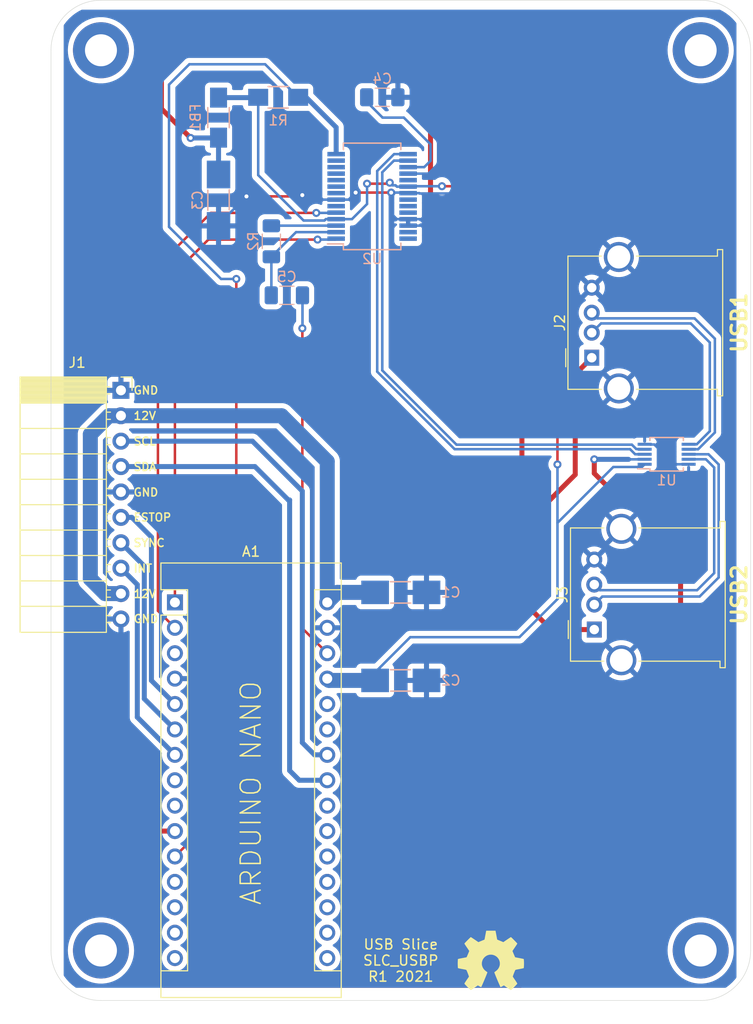
<source format=kicad_pcb>
(kicad_pcb (version 20240108) (generator "pcbnew") (generator_version "8.0")
  (layers (0 "F.Cu" signal) (31 "B.Cu" signal) (34 "B.Paste" user) (35 "F.Paste" user) (36 "B.SilkS" user "B.Silkscreen") (37 "F.SilkS" user "F.Silkscreen") (38 "B.Mask" user) (39 "F.Mask" user) (44 "Edge.Cuts" user))
  (net 0 "")
  (net 4 "GND")
  (net 6 "+5V")
  (net 9 "/I2C_CLK")
  (net 10 "/I2C_DAT")
  (net 11 "/SYNC")
  (net 12 "/E_STOP")
  (net 16 "+12V")
  (net 17 "/INT")
  (net 20 "/RT")
  (net 21 "/TR")
  (net 27 "/RESET")
  (net 28 "/SEL")
  (net 29 "Net-(C4-Pad2)")
  (net 30 "Net-(J2-Pad3)")
  (net 31 "Net-(J2-Pad2)")
  (net 32 "Net-(J3-Pad3)")
  (net 33 "Net-(J3-Pad2)")
  (net 34 "/D-")
  (net 35 "/D+")
  (net 36 "Net-(U2-Pad3)")
  (net 40 "unconnected-(U2-Pad11)")
  (net 46 "Net-(U2-Pad2)")
  (net 47 "/PWREN")
  (net 48 "Net-(C3-Pad1)")
  (footprint "MountingHole:MountingHole_3.2mm_M3_DIN965_Pad" (layer "F.Cu") (at 127.6 44.8)
    (property "Reference" "H1" (hide yes))
    (property "Value" "MountingHole")
    (pad "1" thru_hole circle (at 0 0) (size 5.6 5.6) (drill 3.2) (layers "*.Cu" "*.Mask"))
  )
  (footprint "MountingHole:MountingHole_3.2mm_M3_DIN965_Pad" (layer "F.Cu") (at 187.6 44.8)
    (property "Reference" "H2" (hide yes))
    (property "Value" "MountingHole")
    (pad "1" thru_hole circle (at 0 0) (size 5.6 5.6) (drill 3.2) (layers "*.Cu" "*.Mask"))
  )
  (footprint "MountingHole:MountingHole_3.2mm_M3_DIN965_Pad" (layer "F.Cu") (at 127.6 134.8)
    (property "Reference" "H3" (hide yes))
    (property "Value" "MountingHole")
    (pad "1" thru_hole circle (at 0 0) (size 5.6 5.6) (drill 3.2) (layers "*.Cu" "*.Mask"))
  )
  (footprint "MountingHole:MountingHole_3.2mm_M3_DIN965_Pad" (layer "F.Cu") (at 187.6 134.8)
    (property "Reference" "H4" (hide yes))
    (property "Value" "MountingHole")
    (pad "1" thru_hole circle (at 0 0) (size 5.6 5.6) (drill 3.2) (layers "*.Cu" "*.Mask"))
  )
  (footprint "Module:Arduino_Nano" (layer "F.Cu") (at 135 100)
    (property "Reference" "A1" (at 7.62 -5.08 0) (layer "F.SilkS"))
    (property "Value" "Arduino_Nano_v3.x")
    (pad "1" thru_hole rect (at 0 0) (size 1.6 1.6) (drill 1) (layers "*.Cu" "*.Mask") (net 21 "/TR"))
    (pad "2" thru_hole oval (at 0 2.54) (size 1.6 1.6) (drill 1) (layers "*.Cu" "*.Mask") (net 20 "/RT"))
    (pad "3" thru_hole oval (at 0 5.08) (size 1.6 1.6) (drill 1) (layers "*.Cu" "*.Mask"))
    (pad "4" thru_hole oval (at 0 7.62) (size 1.6 1.6) (drill 1) (layers "*.Cu" "*.Mask") (net 4 "GND"))
    (pad "5" thru_hole oval (at 0 10.16) (size 1.6 1.6) (drill 1) (layers "*.Cu" "*.Mask") (net 12 "/E_STOP"))
    (pad "6" thru_hole oval (at 0 12.7) (size 1.6 1.6) (drill 1) (layers "*.Cu" "*.Mask") (net 17 "/INT"))
    (pad "7" thru_hole oval (at 0 15.24) (size 1.6 1.6) (drill 1) (layers "*.Cu" "*.Mask") (net 11 "/SYNC"))
    (pad "8" thru_hole oval (at 0 17.78) (size 1.6 1.6) (drill 1) (layers "*.Cu" "*.Mask"))
    (pad "9" thru_hole oval (at 0 20.32) (size 1.6 1.6) (drill 1) (layers "*.Cu" "*.Mask"))
    (pad "10" thru_hole oval (at 0 22.86) (size 1.6 1.6) (drill 1) (layers "*.Cu" "*.Mask") (net 28 "/SEL"))
    (pad "11" thru_hole oval (at 0 25.4) (size 1.6 1.6) (drill 1) (layers "*.Cu" "*.Mask") (net 47 "/PWREN"))
    (pad "12" thru_hole oval (at 0 27.94) (size 1.6 1.6) (drill 1) (layers "*.Cu" "*.Mask"))
    (pad "13" thru_hole oval (at 0 30.48) (size 1.6 1.6) (drill 1) (layers "*.Cu" "*.Mask"))
    (pad "14" thru_hole oval (at 0 33.02) (size 1.6 1.6) (drill 1) (layers "*.Cu" "*.Mask"))
    (pad "15" thru_hole oval (at 0 35.56) (size 1.6 1.6) (drill 1) (layers "*.Cu" "*.Mask"))
    (pad "16" thru_hole oval (at 15.24 35.56) (size 1.6 1.6) (drill 1) (layers "*.Cu" "*.Mask"))
    (pad "17" thru_hole oval (at 15.24 33.02) (size 1.6 1.6) (drill 1) (layers "*.Cu" "*.Mask"))
    (pad "18" thru_hole oval (at 15.24 30.48) (size 1.6 1.6) (drill 1) (layers "*.Cu" "*.Mask"))
    (pad "19" thru_hole oval (at 15.24 27.94) (size 1.6 1.6) (drill 1) (layers "*.Cu" "*.Mask"))
    (pad "20" thru_hole oval (at 15.24 25.4) (size 1.6 1.6) (drill 1) (layers "*.Cu" "*.Mask"))
    (pad "21" thru_hole oval (at 15.24 22.86) (size 1.6 1.6) (drill 1) (layers "*.Cu" "*.Mask"))
    (pad "22" thru_hole oval (at 15.24 20.32) (size 1.6 1.6) (drill 1) (layers "*.Cu" "*.Mask"))
    (pad "23" thru_hole oval (at 15.24 17.78) (size 1.6 1.6) (drill 1) (layers "*.Cu" "*.Mask") (net 10 "/I2C_DAT"))
    (pad "24" thru_hole oval (at 15.24 15.24) (size 1.6 1.6) (drill 1) (layers "*.Cu" "*.Mask") (net 9 "/I2C_CLK"))
    (pad "25" thru_hole oval (at 15.24 12.7) (size 1.6 1.6) (drill 1) (layers "*.Cu" "*.Mask"))
    (pad "26" thru_hole oval (at 15.24 10.16) (size 1.6 1.6) (drill 1) (layers "*.Cu" "*.Mask"))
    (pad "27" thru_hole oval (at 15.24 7.62) (size 1.6 1.6) (drill 1) (layers "*.Cu" "*.Mask") (net 6 "+5V"))
    (pad "28" thru_hole oval (at 15.24 5.08) (size 1.6 1.6) (drill 1) (layers "*.Cu" "*.Mask") (net 27 "/RESET"))
    (pad "29" thru_hole oval (at 15.24 2.54) (size 1.6 1.6) (drill 1) (layers "*.Cu" "*.Mask") (net 4 "GND"))
    (pad "30" thru_hole oval (at 15.24 0) (size 1.6 1.6) (drill 1) (layers "*.Cu" "*.Mask") (net 16 "+12V"))
  )
  (footprint "Connector_PinSocket_2.54mm:PinSocket_1x10_P2.54mm_Horizontal" (layer "F.Cu") (at 129.6 78.8)
    (property "Reference" "J1" (at -4.38 -2.77 0) (layer "F.SilkS"))
    (property "Value" "Conn_01x10_Female")
    (pad "1" thru_hole rect (at 0 0) (size 1.7 1.7) (drill 1) (layers "*.Cu" "*.Mask") (net 4 "GND"))
    (pad "2" thru_hole oval (at 0 2.54) (size 1.7 1.7) (drill 1) (layers "*.Cu" "*.Mask") (net 16 "+12V"))
    (pad "3" thru_hole oval (at 0 5.08) (size 1.7 1.7) (drill 1) (layers "*.Cu" "*.Mask") (net 9 "/I2C_CLK"))
    (pad "4" thru_hole oval (at 0 7.62) (size 1.7 1.7) (drill 1) (layers "*.Cu" "*.Mask") (net 10 "/I2C_DAT"))
    (pad "5" thru_hole oval (at 0 10.16) (size 1.7 1.7) (drill 1) (layers "*.Cu" "*.Mask") (net 4 "GND"))
    (pad "6" thru_hole oval (at 0 12.7) (size 1.7 1.7) (drill 1) (layers "*.Cu" "*.Mask") (net 12 "/E_STOP"))
    (pad "7" thru_hole oval (at 0 15.24) (size 1.7 1.7) (drill 1) (layers "*.Cu" "*.Mask") (net 17 "/INT"))
    (pad "8" thru_hole oval (at 0 17.78) (size 1.7 1.7) (drill 1) (layers "*.Cu" "*.Mask") (net 11 "/SYNC"))
    (pad "9" thru_hole oval (at 0 20.32) (size 1.7 1.7) (drill 1) (layers "*.Cu" "*.Mask") (net 16 "+12V"))
    (pad "10" thru_hole oval (at 0 22.86) (size 1.7 1.7) (drill 1) (layers "*.Cu" "*.Mask") (net 4 "GND"))
  )
  (footprint "Symbol:OSHW-Symbol_6.7x6mm_SilkScreen" (layer "F.Cu") (at 166.6 135.8)
    (property "Reference" "Logo1" (hide yes))
    (property "Value" "Logo_Open_Hardware_Small" (hide yes))
  )
  (footprint "Connector_USB:USB_A_Molex_67643_Horizontal" (layer "F.Cu") (at 176.956 102.716 90)
    (property "Reference" "J3" (at 3.5 -3.19 90) (layer "F.SilkS"))
    (property "Value" "USB_A")
    (pad "1" thru_hole rect (at 0 0 90) (size 1.6 1.5) (drill 0.95) (layers "*.Cu" "*.Mask") (net 48 "Net-(C3-Pad1)"))
    (pad "2" thru_hole circle (at 2.5 0 90) (size 1.6 1.6) (drill 0.95) (layers "*.Cu" "*.Mask") (net 33 "Net-(J3-Pad2)"))
    (pad "3" thru_hole circle (at 4.5 0 90) (size 1.6 1.6) (drill 0.95) (layers "*.Cu" "*.Mask") (net 32 "Net-(J3-Pad3)"))
    (pad "4" thru_hole circle (at 7 0 90) (size 1.6 1.6) (drill 0.95) (layers "*.Cu" "*.Mask") (net 4 "GND"))
    (pad "5" thru_hole circle (at -3.07 2.71 90) (size 3 3) (drill 2.3) (layers "*.Cu" "*.Mask") (net 4 "GND"))
    (pad "5" thru_hole circle (at 10.07 2.71 90) (size 3 3) (drill 2.3) (layers "*.Cu" "*.Mask") (net 4 "GND"))
  )
  (footprint "Connector_USB:USB_A_Molex_67643_Horizontal" (layer "F.Cu") (at 176.702 75.538 90)
    (property "Reference" "J2" (at 3.5 -3.19 90) (layer "F.SilkS"))
    (property "Value" "USB_A")
    (pad "1" thru_hole rect (at 0 0 90) (size 1.6 1.5) (drill 0.95) (layers "*.Cu" "*.Mask") (net 48 "Net-(C3-Pad1)"))
    (pad "2" thru_hole circle (at 2.5 0 90) (size 1.6 1.6) (drill 0.95) (layers "*.Cu" "*.Mask") (net 31 "Net-(J2-Pad2)"))
    (pad "3" thru_hole circle (at 4.5 0 90) (size 1.6 1.6) (drill 0.95) (layers "*.Cu" "*.Mask") (net 30 "Net-(J2-Pad3)"))
    (pad "4" thru_hole circle (at 7 0 90) (size 1.6 1.6) (drill 0.95) (layers "*.Cu" "*.Mask") (net 4 "GND"))
    (pad "5" thru_hole circle (at -3.07 2.71 90) (size 3 3) (drill 2.3) (layers "*.Cu" "*.Mask") (net 4 "GND"))
    (pad "5" thru_hole circle (at 10.07 2.71 90) (size 3 3) (drill 2.3) (layers "*.Cu" "*.Mask") (net 4 "GND"))
  )
  (footprint "OCI_UPL_FOOTPRINTS:C_2312" (layer "B.Cu") (at 157.6 107.8)
    (property "Reference" "C2" (at 5 0 0) (layer "B.SilkS") (effects (justify mirror)))
    (property "Value" "10uF_t")
    (pad "1" smd rect (at -2.57 0) (size 2.77 2.35) (layers "B.Cu" "B.Paste" "B.Mask") (net 6 "+5V"))
    (pad "2" smd rect (at 2.57 0) (size 2.77 2.35) (layers "B.Cu" "B.Paste" "B.Mask") (net 4 "GND"))
  )
  (footprint "OCI_UPL_FOOTPRINTS:C_2312" (layer "B.Cu") (at 157.6 99)
    (property "Reference" "C1" (at 5 0 0) (layer "B.SilkS") (effects (justify mirror)))
    (property "Value" "10uF_t")
    (pad "1" smd rect (at -2.57 0) (size 2.77 2.35) (layers "B.Cu" "B.Paste" "B.Mask") (net 16 "+12V"))
    (pad "2" smd rect (at 2.57 0) (size 2.77 2.35) (layers "B.Cu" "B.Paste" "B.Mask") (net 4 "GND"))
  )
  (footprint "OCI_UPL_FOOTPRINTS:C_2312" (layer "B.Cu") (at 139.364 59.79 -90)
    (property "Reference" "C3" (at 0 2.1 90) (layer "B.SilkS") (effects (justify mirror)))
    (property "Value" "10 nF")
    (pad "1" smd rect (at -2.57 0 270) (size 2.77 2.35) (layers "B.Cu" "B.Paste" "B.Mask") (net 48 "Net-(C3-Pad1)"))
    (pad "2" smd rect (at 2.57 0 270) (size 2.77 2.35) (layers "B.Cu" "B.Paste" "B.Mask") (net 4 "GND"))
  )
  (footprint "Capacitor_SMD:C_1206_3216Metric_Pad1.33x1.80mm_HandSolder" (layer "B.Cu") (at 155.747 49.503 180)
    (property "Reference" "C4" (at 0 1.85 0) (layer "B.SilkS") (effects (justify mirror)))
    (property "Value" "100 nF")
    (pad "1" smd roundrect (at -1.5625 0 180) (size 1.325 1.8) (layers "B.Cu" "B.Paste" "B.Mask") (roundrect_rratio 0.1886792453) (net 4 "GND"))
    (pad "2" smd roundrect (at 1.5625 0 180) (size 1.325 1.8) (layers "B.Cu" "B.Paste" "B.Mask") (roundrect_rratio 0.1886792453) (net 29 "Net-(C4-Pad2)"))
  )
  (footprint "OCI_UPL_FOOTPRINTS:R_1206_HandSoldering" (layer "B.Cu") (at 139.364 51.535 -90)
    (property "Reference" "FB1" (at 0 2.3 -90) (layer "B.SilkS") (effects (justify mirror)))
    (property "Value" "Ferrite_Bead")
    (pad "1" smd rect (at -2 0 270) (size 2 1.7) (layers "B.Cu" "B.Paste" "B.Mask") (net 6 "+5V"))
    (pad "2" smd rect (at 2 0 270) (size 2 1.7) (layers "B.Cu" "B.Paste" "B.Mask") (net 48 "Net-(C3-Pad1)"))
  )
  (footprint "OCI_UPL_FOOTPRINTS:R_1206_HandSoldering" (layer "B.Cu") (at 145.333 49.503)
    (property "Reference" "R1" (at 0 2.3 0) (layer "B.SilkS") (effects (justify mirror)))
    (property "Value" "10k")
    (pad "1" smd rect (at -2 0) (size 2 1.7) (layers "B.Cu" "B.Paste" "B.Mask") (net 6 "+5V"))
    (pad "2" smd rect (at 2 0) (size 2 1.7) (layers "B.Cu" "B.Paste" "B.Mask") (net 47 "/PWREN"))
  )
  (footprint "Package_SO:MSOP-10_3x3mm_P0.5mm" (layer "B.Cu") (at 184.195 85.19)
    (property "Reference" "U1" (at 0 2.6 0) (layer "B.SilkS") (effects (justify mirror)))
    (property "Value" "FSUSB42MUX")
    (pad "1" smd rect (at -2.2 1) (size 1.4 0.3) (layers "B.Cu" "B.Paste" "B.Mask") (net 6 "+5V"))
    (pad "2" smd rect (at -2.2 0.5) (size 1.4 0.3) (layers "B.Cu" "B.Paste" "B.Mask") (net 28 "/SEL"))
    (pad "3" smd rect (at -2.2 0) (size 1.4 0.3) (layers "B.Cu" "B.Paste" "B.Mask") (net 35 "/D+"))
    (pad "4" smd rect (at -2.2 -0.5) (size 1.4 0.3) (layers "B.Cu" "B.Paste" "B.Mask") (net 34 "/D-"))
    (pad "5" smd rect (at -2.2 -1) (size 1.4 0.3) (layers "B.Cu" "B.Paste" "B.Mask") (net 4 "GND"))
    (pad "6" smd rect (at 2.2 -1) (size 1.4 0.3) (layers "B.Cu" "B.Paste" "B.Mask") (net 31 "Net-(J2-Pad2)"))
    (pad "7" smd rect (at 2.2 -0.5) (size 1.4 0.3) (layers "B.Cu" "B.Paste" "B.Mask") (net 30 "Net-(J2-Pad3)"))
    (pad "8" smd rect (at 2.2 0) (size 1.4 0.3) (layers "B.Cu" "B.Paste" "B.Mask") (net 33 "Net-(J3-Pad2)"))
    (pad "9" smd rect (at 2.2 0.5) (size 1.4 0.3) (layers "B.Cu" "B.Paste" "B.Mask") (net 32 "Net-(J3-Pad3)"))
    (pad "10" smd rect (at 2.2 1) (size 1.4 0.3) (layers "B.Cu" "B.Paste" "B.Mask") (net 4 "GND"))
  )
  (footprint "Package_SO:SSOP-28_5.3x10.2mm_P0.65mm" (layer "B.Cu") (at 154.731 59.409)
    (property "Reference" "U2" (at 0 6.25 0) (layer "B.SilkS") (effects (justify mirror)))
    (property "Value" "FT232RL")
    (pad "1" smd rect (at -3.6 4.225) (size 1.75 0.45) (layers "B.Cu" "B.Paste" "B.Mask") (net 21 "/TR"))
    (pad "2" smd rect (at -3.6 3.575) (size 1.75 0.45) (layers "B.Cu" "B.Paste" "B.Mask") (net 46 "Net-(U2-Pad2)"))
    (pad "3" smd rect (at -3.6 2.925) (size 1.75 0.45) (layers "B.Cu" "B.Paste" "B.Mask") (net 36 "Net-(U2-Pad3)"))
    (pad "4" smd rect (at -3.6 2.275) (size 1.75 0.45) (layers "B.Cu" "B.Paste" "B.Mask") (net 6 "+5V"))
    (pad "5" smd rect (at -3.6 1.625) (size 1.75 0.45) (layers "B.Cu" "B.Paste" "B.Mask") (net 20 "/RT"))
    (pad "6" smd rect (at -3.6 0.975) (size 1.75 0.45) (layers "B.Cu" "B.Paste" "B.Mask"))
    (pad "7" smd rect (at -3.6 0.325) (size 1.75 0.45) (layers "B.Cu" "B.Paste" "B.Mask") (net 4 "GND"))
    (pad "8" smd rect (at -3.6 -0.325) (size 1.75 0.45) (layers "B.Cu" "B.Paste" "B.Mask"))
    (pad "9" smd rect (at -3.6 -0.975) (size 1.75 0.45) (layers "B.Cu" "B.Paste" "B.Mask"))
    (pad "10" smd rect (at -3.6 -1.625) (size 1.75 0.45) (layers "B.Cu" "B.Paste" "B.Mask"))
    (pad "11" smd rect (at -3.6 -2.275) (size 1.75 0.45) (layers "B.Cu" "B.Paste" "B.Mask") (net 40 "unconnected-(U2-Pad11)"))
    (pad "12" smd rect (at -3.6 -2.925) (size 1.75 0.45) (layers "B.Cu" "B.Paste" "B.Mask"))
    (pad "13" smd rect (at -3.6 -3.575) (size 1.75 0.45) (layers "B.Cu" "B.Paste" "B.Mask"))
    (pad "14" smd rect (at -3.6 -4.225) (size 1.75 0.45) (layers "B.Cu" "B.Paste" "B.Mask") (net 47 "/PWREN"))
    (pad "15" smd rect (at 3.6 -4.225) (size 1.75 0.45) (layers "B.Cu" "B.Paste" "B.Mask") (net 35 "/D+"))
    (pad "16" smd rect (at 3.6 -3.575) (size 1.75 0.45) (layers "B.Cu" "B.Paste" "B.Mask") (net 34 "/D-"))
    (pad "17" smd rect (at 3.6 -2.925) (size 1.75 0.45) (layers "B.Cu" "B.Paste" "B.Mask") (net 29 "Net-(C4-Pad2)"))
    (pad "18" smd rect (at 3.6 -2.275) (size 1.75 0.45) (layers "B.Cu" "B.Paste" "B.Mask") (net 4 "GND"))
    (pad "19" smd rect (at 3.6 -1.625) (size 1.75 0.45) (layers "B.Cu" "B.Paste" "B.Mask"))
    (pad "20" smd rect (at 3.6 -0.975) (size 1.75 0.45) (layers "B.Cu" "B.Paste" "B.Mask") (net 6 "+5V"))
    (pad "21" smd rect (at 3.6 -0.325) (size 1.75 0.45) (layers "B.Cu" "B.Paste" "B.Mask") (net 4 "GND"))
    (pad "22" smd rect (at 3.6 0.325) (size 1.75 0.45) (layers "B.Cu" "B.Paste" "B.Mask"))
    (pad "23" smd rect (at 3.6 0.975) (size 1.75 0.45) (layers "B.Cu" "B.Paste" "B.Mask"))
    (pad "24" smd rect (at 3.6 1.625) (size 1.75 0.45) (layers "B.Cu" "B.Paste" "B.Mask"))
    (pad "25" smd rect (at 3.6 2.275) (size 1.75 0.45) (layers "B.Cu" "B.Paste" "B.Mask") (net 4 "GND"))
    (pad "26" smd rect (at 3.6 2.925) (size 1.75 0.45) (layers "B.Cu" "B.Paste" "B.Mask") (net 4 "GND"))
    (pad "27" smd rect (at 3.6 3.575) (size 1.75 0.45) (layers "B.Cu" "B.Paste" "B.Mask"))
    (pad "28" smd rect (at 3.6 4.225) (size 1.75 0.45) (layers "B.Cu" "B.Paste" "B.Mask"))
  )
  (footprint "Capacitor_SMD:C_1206_3216Metric_Pad1.33x1.80mm_HandSolder" (layer "B.Cu") (at 146.2 69.3 180)
    (property "Reference" "C5" (at 0 1.85 0) (layer "B.SilkS") (effects (justify mirror)))
    (property "Value" "100nF_t")
    (pad "1" smd roundrect (at -1.5625 0 180) (size 1.325 1.8) (layers "B.Cu" "B.Paste" "B.Mask") (roundrect_rratio 0.1886792453) (net 27 "/RESET"))
    (pad "2" smd roundrect (at 1.5625 0 180) (size 1.325 1.8) (layers "B.Cu" "B.Paste" "B.Mask") (roundrect_rratio 0.1886792453) (net 46 "Net-(U2-Pad2)"))
  )
  (footprint "Resistor_SMD:R_1206_3216Metric_Pad1.30x1.75mm_HandSolder" (layer "B.Cu") (at 144.65 63.9 -90)
    (property "Reference" "R2" (at 0 1.82 90) (layer "B.SilkS") (effects (justify mirror)))
    (property "Value" "1k")
    (pad "1" smd roundrect (at -1.55 0 270) (size 1.3 1.75) (layers "B.Cu" "B.Paste" "B.Mask") (roundrect_rratio 0.1923076923) (net 36 "Net-(U2-Pad3)"))
    (pad "2" smd roundrect (at 1.55 0 270) (size 1.3 1.75) (layers "B.Cu" "B.Paste" "B.Mask") (roundrect_rratio 0.1923076923) (net 46 "Net-(U2-Pad2)"))
  )
  (gr_line (start 192.6 44.8) (end 192.6 134.8) (stroke (width 0.05)) (layer "Edge.Cuts"))
  (gr_arc (start 192.6 134.8) (mid 191.135534 138.335534) (end 187.6 139.8) (stroke (width 0.05)) (layer "Edge.Cuts"))
  (gr_line (start 122.6 134.8) (end 122.6 44.8) (stroke (width 0.05)) (layer "Edge.Cuts"))
  (gr_line (start 127.6 139.8) (end 187.6 139.8) (stroke (width 0.05)) (layer "Edge.Cuts"))
  (gr_arc (start 187.6 39.8) (mid 191.135534 41.264466) (end 192.6 44.8) (stroke (width 0.05)) (layer "Edge.Cuts"))
  (gr_line (start 127.6 39.8) (end 187.6 39.8) (stroke (width 0.05)) (layer "Edge.Cuts"))
  (gr_arc (start 127.6 139.8) (mid 124.064466 138.335534) (end 122.6 134.8) (stroke (width 0.05)) (layer "Edge.Cuts"))
  (gr_arc (start 122.6 44.8) (mid 124.064466 41.264466) (end 127.6 39.8) (stroke (width 0.05)) (layer "Edge.Cuts"))
  (gr_text "SYNC" (at 132.42381 94.05 0) (layer "F.SilkS") (effects (font (size 0.8 0.8))))
  (gr_text "USB1" (at 191.45 72.038001 90) (layer "F.SilkS") (effects (font (size 1.5 1.5) (thickness 0.3))))
  (gr_text "GND" (at 132.1 78.8 0) (layer "F.SilkS") (effects (font (size 0.8 0.8))))
  (gr_text "ESTOP" (at 132.747619 91.5 0) (layer "F.SilkS") (effects (font (size 0.8 0.8))))
  (gr_text "GND" (at 132.1 101.65 0) (layer "F.SilkS") (effects (font (size 0.8 0.8))))
  (gr_text "INT" (at 131.795238 96.6 0) (layer "F.SilkS") (effects (font (size 0.8 0.8))))
  (gr_text "SCL" (at 131.985715 83.9 0) (layer "F.SilkS") (effects (font (size 0.8 0.8))))
  (gr_text "12V" (at 131.985715 99.15 0) (layer "F.SilkS") (effects (font (size 0.8 0.8))))
  (gr_text "GND" (at 132.1 89 0) (layer "F.SilkS") (effects (font (size 0.8 0.8))))
  (gr_text "SDA" (at 132.004762 86.45 0) (layer "F.SilkS") (effects (font (size 0.8 0.8))))
  (gr_text "ARDUINO NANO" (at 142.61 119.05 90) (layer "F.SilkS") (effects (font (size 2 2))))
  (gr_text "USB2" (at 191.45 99.216001 90) (layer "F.SilkS") (effects (font (size 1.5 1.5) (thickness 0.3))))
  (gr_text "12V" (at 131.985715 81.35 0) (layer "F.SilkS") (effects (font (size 0.8 0.8))))
  (gr_text "USB Slice\nSLC_USBP\nR1 2021" (at 157.599999 135.8 0) (layer "F.SilkS") (effects (font (size 1 1))))
  (segment (start 153.08 59.028) (end 156.636 59.028) (width 0.25) (layer "F.Cu") (net 4))
  (segment (start 147.619 59.409) (end 147.746 59.282) (width 0.25) (layer "F.Cu") (net 4))
  (segment (start 142.158 59.409) (end 147.619 59.409) (width 0.25) (layer "F.Cu") (net 4))
  (via (at 153.08 59.028) (size 0.8) (drill 0.4) (layers "F.Cu" "B.Cu") (net 4))
  (via (at 156.636 59.028) (size 0.8) (drill 0.4) (layers "F.Cu" "B.Cu") (net 4))
  (via (at 147.746 59.282) (size 0.8) (drill 0.4) (layers "F.Cu" "B.Cu") (net 4))
  (via (at 142.158 59.409) (size 0.8) (drill 0.4) (layers "F.Cu" "B.Cu") (net 4))
  (segment (start 163.367 57.504) (end 162.997 57.134) (width 0.25) (layer "B.Cu") (net 4))
  (segment (start 151.131 59.734) (end 152.374 59.734) (width 0.25) (layer "B.Cu") (net 4))
  (segment (start 162.641999 59.118001) (end 163.367 58.393) (width 0.25) (layer "B.Cu") (net 4))
  (segment (start 158.331 59.084) (end 159.456 59.084) (width 0.25) (layer "B.Cu") (net 4))
  (segment (start 184.941 86.19) (end 186.395 86.19) (width 0.25) (layer "B.Cu") (net 4))
  (segment (start 147.746 59.282) (end 148.198 59.734) (width 0.25) (layer "B.Cu") (net 4))
  (segment (start 159.68 62.334) (end 159.811 62.203) (width 0.25) (layer "B.Cu") (net 4))
  (segment (start 163.367 58.393) (end 163.367 57.504) (width 0.25) (layer "B.Cu") (net 4))
  (segment (start 159.456 59.084) (end 159.490001 59.118001) (width 0.25) (layer "B.Cu") (net 4))
  (segment (start 159.811 61.949) (end 159.546 61.684) (width 0.25) (layer "B.Cu") (net 4))
  (segment (start 139.364 62.203) (end 142.158 59.409) (width 0.25) (layer "B.Cu") (net 4))
  (segment (start 156.636 59.028) (end 158.275 59.028) (width 0.25) (layer "B.Cu") (net 4))
  (segment (start 157.206 61.684) (end 158.331 61.684) (width 0.25) (layer "B.Cu") (net 4))
  (segment (start 158.331 62.334) (end 159.68 62.334) (width 0.25) (layer "B.Cu") (net 4))
  (segment (start 159.490001 59.118001) (end 162.641999 59.118001) (width 0.25) (layer "B.Cu") (net 4))
  (segment (start 156.636 59.028) (end 156.636 61.114) (width 0.25) (layer "B.Cu") (net 4))
  (segment (start 148.198 59.734) (end 151.131 59.734) (width 0.25) (layer "B.Cu") (net 4))
  (segment (start 181.995 84.19) (end 182.56 84.19) (width 0.25) (layer "B.Cu") (net 4))
  (segment (start 159.811 62.203) (end 159.811 61.949) (width 0.25) (layer "B.Cu") (net 4))
  (segment (start 182.584999 84.214999) (end 182.965999 84.214999) (width 0.25) (layer "B.Cu") (net 4))
  (segment (start 182.56 84.19) (end 182.584999 84.214999) (width 0.25) (layer "B.Cu") (net 4))
  (segment (start 156.636 61.114) (end 157.206 61.684) (width 0.25) (layer "B.Cu") (net 4))
  (segment (start 139.364 62.36) (end 139.364 62.203) (width 0.25) (layer "B.Cu") (net 4))
  (segment (start 158.275 59.028) (end 158.331 59.084) (width 0.25) (layer "B.Cu") (net 4))
  (segment (start 152.374 59.734) (end 153.08 59.028) (width 0.25) (layer "B.Cu") (net 4))
  (segment (start 182.965999 84.214999) (end 184.941 86.19) (width 0.25) (layer "B.Cu") (net 4))
  (segment (start 159.546 61.684) (end 158.331 61.684) (width 0.25) (layer "B.Cu") (net 4))
  (segment (start 162.997 57.134) (end 158.331 57.134) (width 0.25) (layer "B.Cu") (net 4))
  (segment (start 154.223 58.139) (end 156.393627 58.139) (width 0.25) (layer "F.Cu") (net 6))
  (segment (start 173.273 64.997) (end 166.669 58.393) (width 0.25) (layer "F.Cu") (net 6))
  (segment (start 173.273 86.206) (end 173.273 64.997) (width 0.25) (layer "F.Cu") (net 6))
  (segment (start 156.393627 58.139) (end 156.494579 58.038048) (width 0.25) (layer "F.Cu") (net 6))
  (segment (start 166.669 58.393) (end 161.716 58.393) (width 0.25) (layer "F.Cu") (net 6))
  (via (at 156.494579 58.038048) (size 0.8) (drill 0.4) (layers "F.Cu" "B.Cu") (net 6))
  (via (at 154.223 58.139) (size 0.8) (drill 0.4) (layers "F.Cu" "B.Cu") (net 6))
  (via (at 173.273 86.206) (size 0.8) (drill 0.4) (layers "F.Cu" "B.Cu") (net 6))
  (via (at 161.716 58.393) (size 0.8) (drill 0.4) (layers "F.Cu" "B.Cu") (net 6))
  (segment (start 181.725 86.46) (end 181.995 86.19) (width 0.25) (layer "B.Cu") (net 6))
  (segment (start 173.273 92.048) (end 178.861 86.46) (width 0.25) (layer "B.Cu") (net 6))
  (segment (start 158.541 103.478) (end 169.463 103.478) (width 0.25) (layer "B.Cu") (net 6))
  (segment (start 155.03 107.8) (end 150.42 107.8) (width 1.5) (layer "B.Cu") (net 6))
  (segment (start 178.861 86.46) (end 181.725 86.46) (width 0.25) (layer "B.Cu") (net 6))
  (segment (start 173.273 92.048) (end 173.273 86.206) (width 0.25) (layer "B.Cu") (net 6))
  (segment (start 155.03 106.989) (end 158.541 103.478) (width 0.25) (layer "B.Cu") (net 6))
  (segment (start 154.223 60.171) (end 154.223 58.139) (width 0.25) (layer "B.Cu") (net 6))
  (segment (start 149.957998 61.822) (end 150.095998 61.684) (width 0.25) (layer "B.Cu") (net 6))
  (segment (start 147.873 61.822) (end 149.957998 61.822) (width 0.25) (layer "B.Cu") (net 6))
  (segment (start 139.364 49.535) (end 143.301 49.535) (width 0.5) (layer "B.Cu") (net 6))
  (segment (start 150.42 107.8) (end 150.24 107.62) (width 1.5) (layer "B.Cu") (net 6))
  (segment (start 155.03 107.8) (end 155.03 106.989) (width 0.25) (layer "B.Cu") (net 6))
  (segment (start 151.131 61.684) (end 152.71 61.684) (width 0.25) (layer "B.Cu") (net 6))
  (segment (start 156.494579 58.038048) (end 156.75953 58.302999) (width 0.25) (layer "B.Cu") (net 6))
  (segment (start 157.206 58.434) (end 158.331 58.434) (width 0.25) (layer "B.Cu") (net 6))
  (segment (start 161.716 58.393) (end 158.372 58.393) (width 0.25) (layer "B.Cu") (net 6))
  (segment (start 143.333 49.503) (end 143.333 57.282) (width 0.25) (layer "B.Cu") (net 6))
  (segment (start 157.074999 58.302999) (end 157.206 58.434) (width 0.25) (layer "B.Cu") (net 6))
  (segment (start 152.71 61.684) (end 154.223 60.171) (width 0.25) (layer "B.Cu") (net 6))
  (segment (start 150.095998 61.684) (end 151.131 61.684) (width 0.25) (layer "B.Cu") (net 6))
  (segment (start 173.273 99.668) (end 173.273 92.048) (width 0.25) (layer "B.Cu") (net 6))
  (segment (start 169.463 103.478) (end 173.273 99.668) (width 0.25) (layer "B.Cu") (net 6))
  (segment (start 156.75953 58.302999) (end 157.074999 58.302999) (width 0.25) (layer "B.Cu") (net 6))
  (segment (start 143.333 57.282) (end 147.873 61.822) (width 0.25) (layer "B.Cu") (net 6))
  (segment (start 158.372 58.393) (end 158.331 58.434) (width 0.25) (layer "B.Cu") (net 6))
  (segment (start 143.301 49.535) (end 143.333 49.503) (width 0.5) (layer "B.Cu") (net 6))
  (segment (start 147.746 114.019) (end 147.746 88.873) (width 0.5) (layer "B.Cu") (net 9))
  (segment (start 147.746 88.873) (end 142.753 83.88) (width 0.5) (layer "B.Cu") (net 9))
  (segment (start 150.24 115.24) (end 148.967 115.24) (width 0.5) (layer "B.Cu") (net 9))
  (segment (start 148.967 115.24) (end 147.746 114.019) (width 0.5) (layer "B.Cu") (net 9))
  (segment (start 142.753 83.88) (end 129.6 83.88) (width 0.5) (layer "B.Cu") (net 9))
  (segment (start 150.24 117.78) (end 147.443 117.78) (width 0.5) (layer "B.Cu") (net 10))
  (segment (start 146.349 89.762) (end 143.007 86.42) (width 0.5) (layer "B.Cu") (net 10))
  (segment (start 147.443 117.78) (end 146.476 116.813) (width 0.5) (layer "B.Cu") (net 10))
  (segment (start 146.476 116.813) (end 146.476 89.762) (width 0.5) (layer "B.Cu") (net 10))
  (segment (start 143.007 86.42) (end 129.6 86.42) (width 0.5) (layer "B.Cu") (net 10))
  (segment (start 146.476 89.762) (end 146.349 89.762) (width 0.5) (layer "B.Cu") (net 10))
  (segment (start 131.236 111.476) (end 131.236 98.216) (width 0.5) (layer "B.Cu") (net 11))
  (segment (start 135 115.24) (end 131.236 111.476) (width 0.5) (layer "B.Cu") (net 11))
  (segment (start 131.236 98.216) (end 129.6 96.58) (width 0.5) (layer "B.Cu") (net 11))
  (segment (start 135 110.16) (end 132.65 107.81) (width 0.5) (layer "B.Cu") (net 12))
  (segment (start 130.688 91.5) (end 129.6 91.5) (width 0.5) (layer "B.Cu") (net 12))
  (segment (start 132.65 93.462) (end 130.688 91.5) (width 0.5) (layer "B.Cu") (net 12))
  (segment (start 132.65 107.81) (end 132.65 93.462) (width 0.5) (layer "B.Cu") (net 12))
  (segment (start 129.6 81.34) (end 145.674 81.34) (width 1.5) (layer "B.Cu") (net 16))
  (segment (start 151.24 99) (end 150.24 100) (width 1.5) (layer "B.Cu") (net 16))
  (segment (start 128.397919 81.34) (end 129.6 81.34) (width 1.5) (layer "B.Cu") (net 16))
  (segment (start 150.24 85.906) (end 150.24 100) (width 1.5) (layer "B.Cu") (net 16))
  (segment (start 126.537 97.636) (end 126.537 83.200919) (width 1.5) (layer "B.Cu") (net 16))
  (segment (start 155.03 99) (end 151.24 99) (width 1.5) (layer "B.Cu") (net 16))
  (segment (start 126.537 83.200919) (end 128.397919 81.34) (width 1.5) (layer "B.Cu") (net 16))
  (segment (start 145.674 81.34) (end 150.24 85.906) (width 1.5) (layer "B.Cu") (net 16))
  (segment (start 128.021 99.12) (end 126.537 97.636) (width 1.5) (layer "B.Cu") (net 16))
  (segment (start 129.6 99.12) (end 128.021 99.12) (width 1.5) (layer "B.Cu") (net 16))
  (segment (start 135 112.7) (end 131.93552 109.63552) (width 0.5) (layer "B.Cu") (net 17))
  (segment (start 131.93552 109.63552) (end 131.93552 96.37552) (width 0.5) (layer "B.Cu") (net 17))
  (segment (start 131.93552 96.37552) (end 129.6 94.04) (width 0.5) (layer "B.Cu") (net 17))
  (segment (start 149.143 61.06) (end 138.602 61.06) (width 0.25) (layer "F.Cu") (net 20))
  (segment (start 133.3 66.362) (end 133.3 100.84) (width 0.25) (layer "F.Cu") (net 20))
  (segment (start 133.3 100.84) (end 135 102.54) (width 0.25) (layer "F.Cu") (net 20))
  (segment (start 138.602 61.06) (end 133.3 66.362) (width 0.25) (layer "F.Cu") (net 20))
  (via (at 149.143 61.06) (size 0.8) (drill 0.4) (layers "F.Cu" "B.Cu") (net 20))
  (segment (start 149.143 61.06) (end 151.105 61.06) (width 0.25) (layer "B.Cu") (net 20))
  (segment (start 151.105 61.06) (end 151.131 61.034) (width 0.25) (layer "B.Cu") (net 20))
  (segment (start 138.347002 63.727) (end 149.27 63.727) (width 0.25) (layer "F.Cu") (net 21))
  (segment (start 135 67.074002) (end 138.347002 63.727) (width 0.25) (layer "F.Cu") (net 21))
  (segment (start 135 100) (end 135 67.074002) (width 0.25) (layer "F.Cu") (net 21))
  (via (at 149.27 63.727) (size 0.8) (drill 0.4) (layers "F.Cu" "B.Cu") (net 21))
  (segment (start 151.038 63.727) (end 151.131 63.634) (width 0.25) (layer "B.Cu") (net 21))
  (segment (start 149.27 63.727) (end 151.038 63.727) (width 0.25) (layer "B.Cu") (net 21))
  (segment (start 147.75 102.59) (end 150.24 105.08) (width 0.25) (layer "F.Cu") (net 27))
  (segment (start 147.75 72.6) (end 147.75 102.59) (width 0.25) (layer "F.Cu") (net 27))
  (via (at 147.75 72.6) (size 0.8) (drill 0.4) (layers "F.Cu" "B.Cu") (net 27))
  (segment (start 147.7625 69.3) (end 147.7625 72.5875) (width 0.25) (layer "B.Cu") (net 27))
  (segment (start 147.7625 72.5875) (end 147.75 72.6) (width 0.25) (layer "B.Cu") (net 27))
  (segment (start 185.592 92.048) (end 185.592 122.274) (width 0.5) (layer "F.Cu") (net 28))
  (segment (start 178.099 88.238) (end 181.782 88.238) (width 0.5) (layer "F.Cu") (net 28))
  (segment (start 131.744 136.117) (end 131.744 123.925) (width 0.5) (layer "F.Cu") (net 28))
  (segment (start 185.592 122.274) (end 169.59 138.276) (width 0.5) (layer "F.Cu") (net 28))
  (segment (start 131.744 123.925) (end 132.809 122.86) (width 0.5) (layer "F.Cu") (net 28))
  (segment (start 133.903 138.276) (end 131.744 136.117) (width 0.5) (layer "F.Cu") (net 28))
  (segment (start 132.809 122.86) (end 135 122.86) (width 0.5) (layer "F.Cu") (net 28))
  (segment (start 169.59 138.276) (end 133.903 138.276) (width 0.5) (layer "F.Cu") (net 28))
  (segment (start 176.956 85.698) (end 176.956 87.095) (width 0.5) (layer "F.Cu") (net 28))
  (segment (start 176.956 87.095) (end 178.099 88.238) (width 0.5) (layer "F.Cu") (net 28))
  (segment (start 181.782 88.238) (end 185.592 92.048) (width 0.5) (layer "F.Cu") (net 28))
  (via (at 176.956 85.698) (size 0.8) (drill 0.4) (layers "F.Cu" "B.Cu") (net 28))
  (segment (start 181.987 85.698) (end 181.995 85.69) (width 0.25) (layer "B.Cu") (net 28))
  (segment (start 180.385 85.698) (end 181.987 85.698) (width 0.25) (layer "B.Cu") (net 28))
  (segment (start 176.956 85.698) (end 180.385 85.698) (width 0.5) (layer "B.Cu") (net 28))
  (segment (start 155.779 51.535) (end 153.747 49.503) (width 0.25) (layer "B.Cu") (net 29))
  (segment (start 159.942 56.484) (end 160.573 55.853) (width 0.25) (layer "B.Cu") (net 29))
  (segment (start 160.573 54.202) (end 157.906 51.535) (width 0.25) (layer "B.Cu") (net 29))
  (segment (start 158.331 56.484) (end 159.942 56.484) (width 0.25) (layer "B.Cu") (net 29))
  (segment (start 157.906 51.535) (end 155.779 51.535) (width 0.25) (layer "B.Cu") (net 29))
  (segment (start 160.573 55.853) (end 160.573 54.202) (width 0.25) (layer "B.Cu") (net 29))
  (segment (start 189.021 83.014) (end 189.021 73.633) (width 0.25) (layer "B.Cu") (net 30))
  (segment (start 177.265 71.601) (end 176.702 71.038) (width 0.25) (layer "B.Cu") (net 30))
  (segment (start 186.395 84.69) (end 187.345 84.69) (width 0.25) (layer "B.Cu") (net 30))
  (segment (start 186.989 71.601) (end 189.021 73.633) (width 0.25) (layer "B.Cu") (net 30))
  (segment (start 187.345 84.69) (end 189.021 83.014) (width 0.25) (layer "B.Cu") (net 30))
  (segment (start 186.989 71.601) (end 177.265 71.601) (width 0.25) (layer "B.Cu") (net 30))
  (segment (start 177.631 72.109) (end 176.702 73.038) (width 0.25) (layer "B.Cu") (net 31))
  (segment (start 186.395 84.19) (end 187.20859 84.19) (width 0.25) (layer "B.Cu") (net 31))
  (segment (start 188.513 74.014) (end 186.608 72.109) (width 0.25) (layer "B.Cu") (net 31))
  (segment (start 186.608 72.109) (end 177.631 72.109) (width 0.25) (layer "B.Cu") (net 31))
  (segment (start 187.20859 84.19) (end 188.513 82.88559) (width 0.25) (layer "B.Cu") (net 31))
  (segment (start 188.513 82.88559) (end 188.513 74.014) (width 0.25) (layer "B.Cu") (net 31))
  (segment (start 188.95199 86.51799) (end 188.95199 97.07001) (width 0.25) (layer "B.Cu") (net 32))
  (segment (start 188.124 85.69) (end 188.95199 86.51799) (width 0.25) (layer "B.Cu") (net 32))
  (segment (start 187.243 98.779) (end 177.519 98.779) (width 0.25) (layer "B.Cu") (net 32))
  (segment (start 186.395 85.69) (end 188.124 85.69) (width 0.25) (layer "B.Cu") (net 32))
  (segment (start 188.95199 97.07001) (end 187.243 98.779) (width 0.25) (layer "B.Cu") (net 32))
  (segment (start 177.519 98.779) (end 176.956 98.216) (width 0.25) (layer "B.Cu") (net 32))
  (segment (start 189.402 97.509) (end 187.497 99.414) (width 0.25) (layer "B.Cu") (net 33))
  (segment (start 186.395 85.19) (end 188.386 85.19) (width 0.25) (layer "B.Cu") (net 33))
  (segment (start 187.497 99.414) (end 177.758 99.414) (width 0.25) (layer "B.Cu") (net 33))
  (segment (start 188.386 85.19) (end 189.402 86.206) (width 0.25) (layer "B.Cu") (net 33))
  (segment (start 177.758 99.414) (end 176.956 100.216) (width 0.25) (layer "B.Cu") (net 33))
  (segment (start 189.402 86.206) (end 189.402 97.509) (width 0.25) (layer "B.Cu") (net 33))
  (segment (start 181.79 84.69) (end 181.765001 84.665001) (width 0.25) (layer "B.Cu") (net 34))
  (segment (start 155.747 56.99741) (end 156.91041 55.834) (width 0.25) (layer "B.Cu") (net 34))
  (segment (start 181.995 84.69) (end 181.79 84.69) (width 0.25) (layer "B.Cu") (net 34))
  (segment (start 180.7234 84.23199) (end 163.1724 84.23199) (width 0.25) (layer "B.Cu") (net 34))
  (segment (start 181.156411 84.665001) (end 180.7234 84.23199) (width 0.25) (layer "B.Cu") (net 34))
  (segment (start 163.1724 84.23199) (end 155.747 76.80659) (width 0.25) (layer "B.Cu") (net 34))
  (segment (start 181.765001 84.665001) (end 181.156411 84.665001) (width 0.25) (layer "B.Cu") (net 34))
  (segment (start 156.91041 55.834) (end 158.331 55.834) (width 0.25) (layer "B.Cu") (net 34))
  (segment (start 155.747 76.80659) (end 155.747 56.99741) (width 0.25) (layer "B.Cu") (net 34))
  (segment (start 162.986 84.682) (end 155.239 76.935) (width 0.25) (layer "B.Cu") (net 35))
  (segment (start 155.239 76.935) (end 155.239 56.869) (width 0.25) (layer "B.Cu") (net 35))
  (segment (start 181.995 85.19) (end 181.045 85.19) (width 0.25) (layer "B.Cu") (net 35))
  (segment (start 181.045 85.19) (end 180.537 84.682) (width 0.25) (layer "B.Cu") (net 35))
  (segment (start 180.537 84.682) (end 162.986 84.682) (width 0.25) (layer "B.Cu") (net 35))
  (segment (start 156.924 55.184) (end 158.331 55.184) (width 0.25) (layer "B.Cu") (net 35))
  (segment (start 155.239 56.869) (end 156.924 55.184) (width 0.25) (layer "B.Cu") (net 35))
  (segment (start 144.666 62.334) (end 144.65 62.35) (width 0.25) (layer "B.Cu") (net 36))
  (segment (start 151.131 62.334) (end 144.666 62.334) (width 0.25) (layer "B.Cu") (net 36))
  (segment (start 151.12 57.123) (end 151.131 57.134) (width 0.25) (layer "B.Cu") (net 40))
  (segment (start 144.65 69.2875) (end 144.6375 69.3) (width 0.25) (layer "B.Cu") (net 46))
  (segment (start 144.65 65.45) (end 144.65 69.2875) (width 0.25) (layer "B.Cu") (net 46))
  (segment (start 151.131 62.984) (end 147.116 62.984) (width 0.25) (layer "B.Cu") (net 46))
  (segment (start 147.116 62.984) (end 144.65 65.45) (width 0.25) (layer "B.Cu") (net 46))
  (segment (start 141.142 119.258) (end 141.142 67.664) (width 0.25) (layer "F.Cu") (net 47))
  (segment (start 135 125.4) (end 141.142 119.258) (width 0.25) (layer "F.Cu") (net 47))
  (via (at 141.142 67.664) (size 0.8) (drill 0.4) (layers "F.Cu" "B.Cu") (net 47))
  (segment (start 141.142 67.664) (end 139.618 67.664) (width 0.25) (layer "B.Cu") (net 47))
  (segment (start 136.443 46.201) (end 144.031 46.201) (width 0.25) (layer "B.Cu") (net 47))
  (segment (start 144.031 46.201) (end 147.333 49.503) (width 0.25) (layer "B.Cu") (net 47))
  (segment (start 151.131 52.507) (end 151.131 55.158999) (width 0.5) (layer "B.Cu") (net 47))
  (segment (start 147.333 49.503) (end 148.127 49.503) (width 0.5) (layer "B.Cu") (net 47))
  (segment (start 139.618 67.664) (end 134.411 62.457) (width 0.25) (layer "B.Cu") (net 47))
  (segment (start 134.411 62.457) (end 134.411 48.233) (width 0.25) (layer "B.Cu") (net 47))
  (segment (start 134.411 48.233) (end 136.443 46.201) (width 0.25) (layer "B.Cu") (net 47))
  (segment (start 148.127 49.503) (end 151.131 52.507) (width 0.5) (layer "B.Cu") (net 47))
  (segment (start 160.573 48.106) (end 157.398 44.931) (width 0.5) (layer "F.Cu") (net 48))
  (segment (start 157.398 44.931) (end 135.554 44.931) (width 0.5) (layer "F.Cu") (net 48))
  (segment (start 175.051 77.189) (end 176.702 75.538) (width 0.5) (layer "F.Cu") (net 48))
  (segment (start 133.649 46.836) (end 133.649 50.646) (width 0.5) (layer "F.Cu") (net 48))
  (segment (start 169.717 92.556) (end 169.717 69.061) (width 0.5) (layer "F.Cu") (net 48))
  (segment (start 169.717 99.795) (end 169.717 92.556) (width 0.5) (layer "F.Cu") (net 48))
  (segment (start 169.717 92.556) (end 175.051 87.222) (width 0.5) (layer "F.Cu") (net 48))
  (segment (start 135.554 44.931) (end 133.649 46.836) (width 0.5) (layer "F.Cu") (net 48))
  (segment (start 160.573 59.917) (end 160.573 48.106) (width 0.5) (layer "F.Cu") (net 48))
  (segment (start 169.717 69.061) (end 160.573 59.917) (width 0.5) (layer "F.Cu") (net 48))
  (segment (start 133.649 50.646) (end 136.57 53.567) (width 0.5) (layer "F.Cu") (net 48))
  (segment (start 172.638 102.716) (end 169.717 99.795) (width 0.5) (layer "F.Cu") (net 48))
  (segment (start 176.956 102.716) (end 172.638 102.716) (width 0.5) (layer "F.Cu") (net 48))
  (segment (start 175.051 87.222) (end 175.051 77.189) (width 0.5) (layer "F.Cu") (net 48))
  (via (at 136.57 53.567) (size 0.8) (drill 0.4) (layers "F.Cu" "B.Cu") (net 48))
  (segment (start 139.364 57.22) (end 139.364 53.535) (width 0.5) (layer "B.Cu") (net 48))
  (segment (start 136.57 53.567) (end 139.332 53.567) (width 0.5) (layer "B.Cu") (net 48))
  (segment (start 139.332 53.567) (end 139.364 53.535) (width 0.5) (layer "B.Cu") (net 48))
  (zone (net 4) (net_name "GND") (layer "B.Cu") (connect_pads (clearance 0.508)) (min_thickness 0.254) (fill yes (thermal_gap 0.508) (thermal_bridge_width 0.508))
    (polygon (pts (xy 191.18 138.53) (xy 123.87 138.53) (xy 123.87 40.74) (xy 191.18 40.74)))
  )
)
</source>
